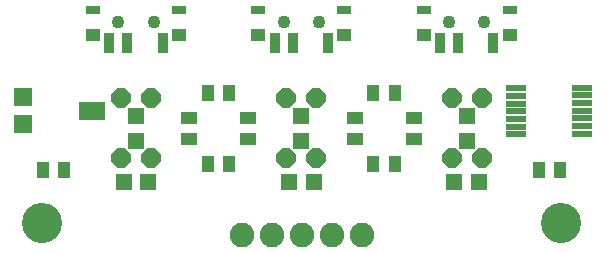
<source format=gbr>
G04 EAGLE Gerber RS-274X export*
G75*
%MOMM*%
%FSLAX34Y34*%
%LPD*%
%INSoldermask Top*%
%IPPOS*%
%AMOC8*
5,1,8,0,0,1.08239X$1,22.5*%
G01*
%ADD10C,3.403200*%
%ADD11R,1.003200X1.403200*%
%ADD12C,2.082800*%
%ADD13R,1.403200X1.403200*%
%ADD14P,1.745679X8X202.500000*%
%ADD15R,1.403200X1.003200*%
%ADD16R,0.903200X1.703200*%
%ADD17R,1.203200X0.803200*%
%ADD18R,1.203200X1.003200*%
%ADD19C,1.103200*%
%ADD20R,1.803200X0.553200*%
%ADD21R,1.503200X1.503200*%
%ADD22R,2.203200X1.604800*%


D10*
X35000Y30000D03*
X475000Y30000D03*
D11*
X456000Y75000D03*
X474000Y75000D03*
D12*
X205000Y20000D03*
X230400Y20000D03*
X255800Y20000D03*
X281200Y20000D03*
X306600Y20000D03*
D13*
X395000Y120500D03*
X395000Y99500D03*
X255000Y120500D03*
X255000Y99500D03*
X115000Y120500D03*
X115000Y99500D03*
D14*
X102300Y135400D03*
X102300Y84600D03*
X127700Y135400D03*
X127700Y84600D03*
X242300Y135400D03*
X242300Y84600D03*
X267700Y135400D03*
X267700Y84600D03*
X382300Y135400D03*
X382300Y84600D03*
X407700Y135400D03*
X407700Y84600D03*
D15*
X160000Y101000D03*
X160000Y119000D03*
X300000Y101000D03*
X300000Y119000D03*
D11*
X316000Y140000D03*
X334000Y140000D03*
X194000Y140000D03*
X176000Y140000D03*
D15*
X210000Y119000D03*
X210000Y101000D03*
X350000Y119000D03*
X350000Y101000D03*
D11*
X334000Y80000D03*
X316000Y80000D03*
X194000Y80000D03*
X176000Y80000D03*
X54000Y75000D03*
X36000Y75000D03*
D16*
X92500Y182500D03*
X107500Y182500D03*
X137500Y182500D03*
D17*
X78500Y210000D03*
D18*
X78500Y189000D03*
D17*
X151500Y210000D03*
D18*
X151500Y189000D03*
D19*
X100000Y200000D03*
X130000Y200000D03*
D16*
X232500Y182500D03*
X247500Y182500D03*
X277500Y182500D03*
D17*
X218500Y210000D03*
D18*
X218500Y189000D03*
D17*
X291500Y210000D03*
D18*
X291500Y189000D03*
D19*
X240000Y200000D03*
X270000Y200000D03*
D16*
X372500Y182500D03*
X387500Y182500D03*
X417500Y182500D03*
D17*
X358500Y210000D03*
D18*
X358500Y189000D03*
D17*
X431500Y210000D03*
D18*
X431500Y189000D03*
D19*
X380000Y200000D03*
X410000Y200000D03*
D20*
X437000Y124500D03*
X493000Y125000D03*
X493000Y131500D03*
X493000Y138000D03*
X493000Y144500D03*
X493000Y118500D03*
X493000Y112000D03*
X493000Y105500D03*
X437000Y131000D03*
X437000Y137500D03*
X437000Y144000D03*
X437000Y118000D03*
X437000Y111500D03*
X437000Y105000D03*
D21*
X19600Y113500D03*
D22*
X77385Y125000D03*
D21*
X19600Y136500D03*
D13*
X125500Y65000D03*
X104500Y65000D03*
X265500Y65000D03*
X244500Y65000D03*
X405500Y65000D03*
X384500Y65000D03*
M02*

</source>
